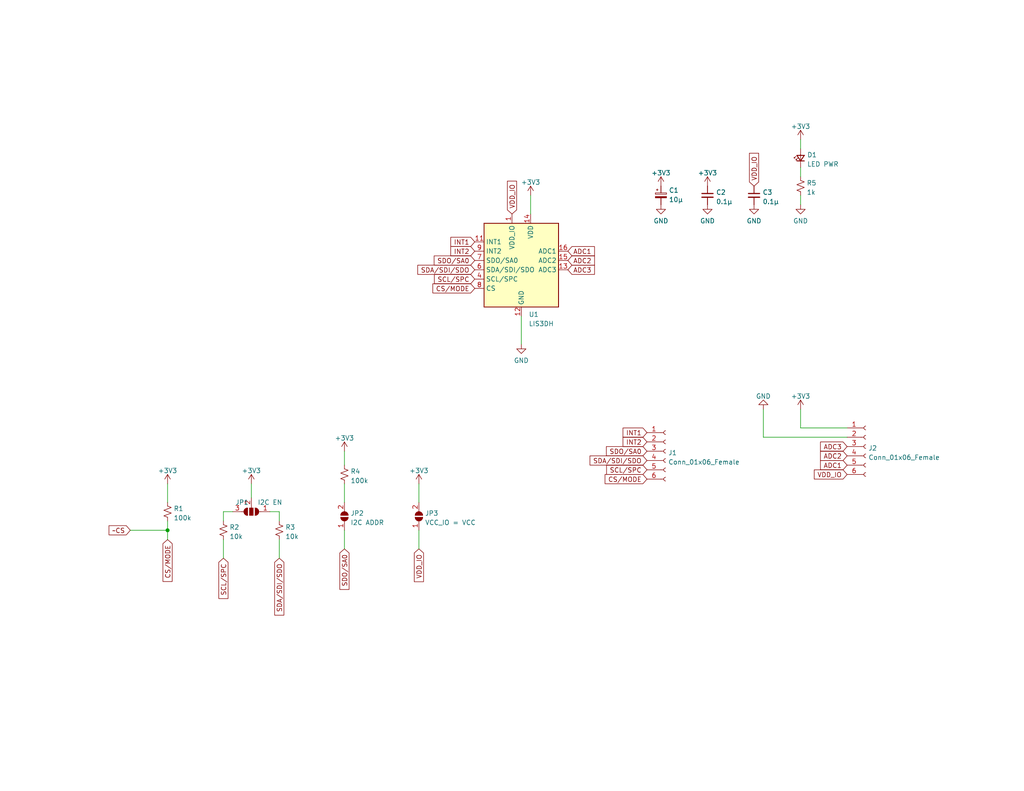
<source format=kicad_sch>
(kicad_sch (version 20211123) (generator eeschema)
  (paper "USLetter")
  (title_block (title "LIS3DH") (date "2023-02-19") (rev "1") (company "Jed Parsons"))
  (lib_symbols
    (symbol "Connector:Conn_01x06_Female" (pin_names (offset 1.016) hide)
      (property "Reference" "J" (at 0 7.62 0))
      (property "Value" "Conn_01x06_Female" (at 0 -10.16 0))
      (symbol "Conn_01x06_Female_1_1"
        (arc (start 0 -7.112) (mid -0.508 -7.62) (end 0 -8.128) (stroke (width 0.1524)))
        (arc (start 0 -4.572) (mid -0.508 -5.08) (end 0 -5.588) (stroke (width 0.1524)))
        (arc (start 0 -2.032) (mid -0.508 -2.54) (end 0 -3.048) (stroke (width 0.1524)))
        (polyline (pts (xy -1.27 -7.62) (xy -0.508 -7.62)) (stroke (width 0.1524)))
        (polyline (pts (xy -1.27 -5.08) (xy -0.508 -5.08)) (stroke (width 0.1524)))
        (polyline (pts (xy -1.27 -2.54) (xy -0.508 -2.54)) (stroke (width 0.1524)))
        (polyline (pts (xy -1.27 0) (xy -0.508 0)) (stroke (width 0.1524)))
        (polyline (pts (xy -1.27 2.54) (xy -0.508 2.54)) (stroke (width 0.1524)))
        (polyline (pts (xy -1.27 5.08) (xy -0.508 5.08)) (stroke (width 0.1524)))
        (arc (start 0 0.508) (mid -0.508 0) (end 0 -0.508) (stroke (width 0.1524)))
        (arc (start 0 3.048) (mid -0.508 2.54) (end 0 2.032) (stroke (width 0.1524)))
        (arc (start 0 5.588) (mid -0.508 5.08) (end 0 4.572) (stroke (width 0.1524)))
        (pin passive line (at -5.08 5.08 0) (length 3.81) (name "Pin_1") (number "1"))
        (pin passive line (at -5.08 2.54 0) (length 3.81) (name "Pin_2") (number "2"))
        (pin passive line (at -5.08 0 0) (length 3.81) (name "Pin_3") (number "3"))
        (pin passive line (at -5.08 -2.54 0) (length 3.81) (name "Pin_4") (number "4"))
        (pin passive line (at -5.08 -5.08 0) (length 3.81) (name "Pin_5") (number "5"))
        (pin passive line (at -5.08 -7.62 0) (length 3.81) (name "Pin_6") (number "6"))
      )
    )
    (symbol "Device:C_Polarized_Small" (pin_numbers hide) (pin_names (offset 0.254) hide)
      (property "Reference" "C" (at 0.254 1.778 0))
      (property "Value" "C_Polarized_Small" (at 0.254 -2.032 0))
      (symbol "C_Polarized_Small_0_1"
        (rectangle (start -1.524 -0.3048) (end 1.524 -0.6858) (fill (type outline)))
        (rectangle (start -1.524 0.6858) (end 1.524 0.3048))
        (polyline (pts (xy -1.27 1.524) (xy -0.762 1.524)))
        (polyline (pts (xy -1.016 1.27) (xy -1.016 1.778)))
      )
      (symbol "C_Polarized_Small_1_1"
        (pin passive line (at 0 2.54 270) (length 1.8542) (name "~") (number "1"))
        (pin passive line (at 0 -2.54 90) (length 1.8542) (name "~") (number "2"))
      )
    )
    (symbol "Device:C_Small" (pin_numbers hide) (pin_names (offset 0.254) hide)
      (property "Reference" "C" (at 0.254 1.778 0))
      (property "Value" "C_Small" (at 0.254 -2.032 0))
      (symbol "C_Small_0_1"
        (polyline (pts (xy -1.524 -0.508) (xy 1.524 -0.508)) (stroke (width 0.3302)))
        (polyline (pts (xy -1.524 0.508) (xy 1.524 0.508)) (stroke (width 0.3048)))
      )
      (symbol "C_Small_1_1"
        (pin passive line (at 0 2.54 270) (length 2.032) (name "~") (number "1"))
        (pin passive line (at 0 -2.54 90) (length 2.032) (name "~") (number "2"))
      )
    )
    (symbol "Device:LED_Small" (pin_numbers hide) (pin_names (offset 0.254) hide)
      (property "Reference" "D" (at -1.27 3.175 0))
      (property "Value" "LED_Small" (at -4.445 -2.54 0))
      (symbol "LED_Small_0_1"
        (polyline (pts (xy -0.762 -1.016) (xy -0.762 1.016)) (stroke (width 0.254)))
        (polyline (pts (xy 1.016 0) (xy -0.762 0)))
        (polyline (pts (xy 0.762 -1.016) (xy -0.762 0) (xy 0.762 1.016) (xy 0.762 -1.016)) (stroke (width 0.254)))
        (polyline (pts (xy 0 0.762) (xy -0.508 1.27) (xy -0.254 1.27) (xy -0.508 1.27) (xy -0.508 1.016)))
        (polyline (pts (xy 0.508 1.27) (xy 0 1.778) (xy 0.254 1.778) (xy 0 1.778) (xy 0 1.524)))
      )
      (symbol "LED_Small_1_1"
        (pin passive line (at -2.54 0 0) (length 1.778) (name "K") (number "1"))
        (pin passive line (at 2.54 0 180) (length 1.778) (name "A") (number "2"))
      )
    )
    (symbol "Device:R_Small_US" (pin_numbers hide) (pin_names (offset 0.254) hide)
      (property "Reference" "R" (at 0.762 0.508 0))
      (property "Value" "R_Small_US" (at 0.762 -1.016 0))
      (symbol "R_Small_US_1_1"
        (polyline (pts (xy 0 0) (xy 1.016 -0.381) (xy 0 -0.762) (xy -1.016 -1.143) (xy 0 -1.524)))
        (polyline (pts (xy 0 1.524) (xy 1.016 1.143) (xy 0 0.762) (xy -1.016 0.381) (xy 0 0)))
        (pin passive line (at 0 2.54 270) (length 1.016) (name "~") (number "1"))
        (pin passive line (at 0 -2.54 90) (length 1.016) (name "~") (number "2"))
      )
    )
    (symbol "Jumper:SolderJumper_2_Open" (pin_names (offset 0) hide)
      (property "Reference" "JP" (at 0 2.032 0))
      (property "Value" "SolderJumper_2_Open" (at 0 -2.54 0))
      (symbol "SolderJumper_2_Open_0_1"
        (arc (start -0.254 1.016) (mid -1.27 0) (end -0.254 -1.016))
        (arc (start -0.254 1.016) (mid -1.27 0) (end -0.254 -1.016) (fill (type outline)))
        (polyline (pts (xy -0.254 1.016) (xy -0.254 -1.016)))
        (polyline (pts (xy 0.254 1.016) (xy 0.254 -1.016)))
        (arc (start 0.254 -1.016) (mid 1.27 0) (end 0.254 1.016))
        (arc (start 0.254 -1.016) (mid 1.27 0) (end 0.254 1.016) (fill (type outline)))
      )
      (symbol "SolderJumper_2_Open_1_1"
        (pin passive line (at -3.81 0 0) (length 2.54) (name "A") (number "1"))
        (pin passive line (at 3.81 0 180) (length 2.54) (name "B") (number "2"))
      )
    )
    (symbol "Jumper:SolderJumper_3_Open" (pin_names (offset 0) hide)
      (property "Reference" "JP" (at -2.54 -2.54 0))
      (property "Value" "SolderJumper_3_Open" (at 0 2.794 0))
      (symbol "SolderJumper_3_Open_0_1"
        (arc (start -1.016 1.016) (mid -2.032 0) (end -1.016 -1.016))
        (arc (start -1.016 1.016) (mid -2.032 0) (end -1.016 -1.016) (fill (type outline)))
        (rectangle (start -0.508 1.016) (end 0.508 -1.016) (fill (type outline)))
        (polyline (pts (xy -2.54 0) (xy -2.032 0)))
        (polyline (pts (xy -1.016 1.016) (xy -1.016 -1.016)))
        (polyline (pts (xy 0 -1.27) (xy 0 -1.016)))
        (polyline (pts (xy 1.016 1.016) (xy 1.016 -1.016)))
        (polyline (pts (xy 2.54 0) (xy 2.032 0)))
        (arc (start 1.016 -1.016) (mid 2.032 0) (end 1.016 1.016))
        (arc (start 1.016 -1.016) (mid 2.032 0) (end 1.016 1.016) (fill (type outline)))
      )
      (symbol "SolderJumper_3_Open_1_1"
        (pin passive line (at -5.08 0 0) (length 2.54) (name "A") (number "1"))
        (pin passive line (at 0 -3.81 90) (length 2.54) (name "C") (number "2"))
        (pin passive line (at 5.08 0 180) (length 2.54) (name "B") (number "3"))
      )
    )
    (symbol "Sensor_Motion:LIS3DH"
      (property "Reference" "U" (at -7.62 11.43 0))
      (property "Value" "LIS3DH" (at 6.35 11.43 0))
      (symbol "LIS3DH_0_1"
        (rectangle (start -10.16 10.16) (end 10.16 -12.7) (stroke (width 0.254)) (fill (type background)))
      )
      (symbol "LIS3DH_1_1"
        (pin power_in line (at -2.54 12.7 270) (length 2.54) (name "VDD_IO") (number "1"))
        (pin passive line (at 0 -15.24 90) (length 2.54) hide (name "GND") (number "10"))
        (pin output line (at -12.7 5.08 0) (length 2.54) (name "INT1") (number "11"))
        (pin power_in line (at 0 -15.24 90) (length 2.54) (name "GND") (number "12"))
        (pin input line (at 12.7 -2.54 180) (length 2.54) (name "ADC3") (number "13"))
        (pin power_in line (at 2.54 12.7 270) (length 2.54) (name "VDD") (number "14"))
        (pin input line (at 12.7 0 180) (length 2.54) (name "ADC2") (number "15"))
        (pin input line (at 12.7 2.54 180) (length 2.54) (name "ADC1") (number "16"))
        (pin no_connect line (at 10.16 5.08 180) (length 2.54) hide (name "NC") (number "2"))
        (pin no_connect line (at 10.16 7.62 180) (length 2.54) hide (name "NC") (number "3"))
        (pin input line (at -12.7 -5.08 0) (length 2.54) (name "SCL/SPC") (number "4"))
        (pin passive line (at 0 -15.24 90) (length 2.54) hide (name "GND") (number "5"))
        (pin bidirectional line (at -12.7 -2.54 0) (length 2.54) (name "SDA/SDI/SDO") (number "6"))
        (pin bidirectional line (at -12.7 0 0) (length 2.54) (name "SDO/SA0") (number "7"))
        (pin input line (at -12.7 -7.62 0) (length 2.54) (name "CS") (number "8"))
        (pin output line (at -12.7 2.54 0) (length 2.54) (name "INT2") (number "9"))
      )
    )
    (symbol "power:+3V3" (power) (pin_names (offset 0))
      (property "Value" "+3V3" (at 0 3.556 0))
      (symbol "+3V3_0_1"
        (polyline (pts (xy -0.762 1.27) (xy 0 2.54)))
        (polyline (pts (xy 0 0) (xy 0 2.54)))
        (polyline (pts (xy 0 2.54) (xy 0.762 1.27)))
      )
      (symbol "+3V3_1_1"
        (pin power_in line (at 0 0 90) (length 0) hide (name "+3V3") (number "1"))
      )
    )
    (symbol "power:GND" (power) (pin_names (offset 0))
      (property "Value" "GND" (at 0 -3.81 0))
      (symbol "GND_0_1"
        (polyline (pts (xy 0 0) (xy 0 -1.27) (xy 1.27 -1.27) (xy 0 -2.54) (xy -1.27 -1.27) (xy 0 -1.27)))
      )
      (symbol "GND_1_1"
        (pin power_in line (at 0 0 270) (length 0) hide (name "GND") (number "1"))
      )
    )
  )
  (junction (at 45.72 144.78))
  (wire (pts (xy 68.58 132.08) (xy 68.58 135.89)))
  (wire (pts (xy 93.98 144.78) (xy 93.98 149.86)))
  (wire (pts (xy 218.44 53.34) (xy 218.44 55.88)))
  (wire (pts (xy 114.3 144.78) (xy 114.3 149.86)))
  (wire (pts (xy 45.72 142.24) (xy 45.72 144.78)))
  (wire (pts (xy 60.96 139.7) (xy 63.5 139.7)))
  (wire (pts (xy 144.78 53.34) (xy 144.78 58.42)))
  (wire (pts (xy 208.28 111.76) (xy 208.28 119.38)))
  (wire (pts (xy 76.2 147.32) (xy 76.2 152.4)))
  (wire (pts (xy 45.72 144.78) (xy 45.72 147.32)))
  (wire (pts (xy 93.98 123.19) (xy 93.98 127)))
  (wire (pts (xy 218.44 111.76) (xy 218.44 116.84)))
  (wire (pts (xy 35.56 144.78) (xy 45.72 144.78)))
  (wire (pts (xy 218.44 38.1) (xy 218.44 40.64)))
  (wire (pts (xy 76.2 139.7) (xy 76.2 142.24)))
  (wire (pts (xy 93.98 132.08) (xy 93.98 137.16)))
  (wire (pts (xy 60.96 147.32) (xy 60.96 152.4)))
  (wire (pts (xy 73.66 139.7) (xy 76.2 139.7)))
  (wire (pts (xy 114.3 132.08) (xy 114.3 137.16)))
  (wire (pts (xy 45.72 132.08) (xy 45.72 137.16)))
  (wire (pts (xy 60.96 142.24) (xy 60.96 139.7)))
  (wire (pts (xy 218.44 45.72) (xy 218.44 48.26)))
  (wire (pts (xy 231.14 116.84) (xy 218.44 116.84)))
  (wire (pts (xy 142.24 86.36) (xy 142.24 93.98)))
  (wire (pts (xy 231.14 119.38) (xy 208.28 119.38)))
  (global_label "~CS" (shape input) (at 35.56 144.78 180) (property "Intersheet References" "${INTERSHEET_REFS}" (effects hide)))
  (global_label "SDO{slash}SA0" (shape input) (at 129.54 71.12 180) (property "Intersheet References" "${INTERSHEET_REFS}" (effects hide)))
  (global_label "ADC1" (shape input) (at 154.94 68.58 0) (property "Intersheet References" "${INTERSHEET_REFS}" (effects hide)))
  (global_label "VDD_IO" (shape input) (at 205.74 50.8 90) (property "Intersheet References" "${INTERSHEET_REFS}" (effects hide)))
  (global_label "ADC2" (shape input) (at 154.94 71.12 0) (property "Intersheet References" "${INTERSHEET_REFS}" (effects hide)))
  (global_label "SCL{slash}SPC" (shape input) (at 176.53 128.27 180) (property "Intersheet References" "${INTERSHEET_REFS}" (effects hide)))
  (global_label "SCL{slash}SPC" (shape input) (at 129.54 76.2 180) (property "Intersheet References" "${INTERSHEET_REFS}" (effects hide)))
  (global_label "INT1" (shape input) (at 129.54 66.04 180) (property "Intersheet References" "${INTERSHEET_REFS}" (effects hide)))
  (global_label "ADC1" (shape input) (at 231.14 127 180) (property "Intersheet References" "${INTERSHEET_REFS}" (effects hide)))
  (global_label "ADC3" (shape input) (at 231.14 121.92 180) (property "Intersheet References" "${INTERSHEET_REFS}" (effects hide)))
  (global_label "CS{slash}MODE" (shape input) (at 45.72 147.32 270) (property "Intersheet References" "${INTERSHEET_REFS}" (effects hide)))
  (global_label "SDO{slash}SA0" (shape input) (at 176.53 123.19 180) (property "Intersheet References" "${INTERSHEET_REFS}" (effects hide)))
  (global_label "VDD_IO" (shape input) (at 114.3 149.86 270) (property "Intersheet References" "${INTERSHEET_REFS}" (effects hide)))
  (global_label "INT1" (shape input) (at 176.53 118.11 180) (property "Intersheet References" "${INTERSHEET_REFS}" (effects hide)))
  (global_label "ADC2" (shape input) (at 231.14 124.46 180) (property "Intersheet References" "${INTERSHEET_REFS}" (effects hide)))
  (global_label "SDO{slash}SA0" (shape input) (at 93.98 149.86 270) (property "Intersheet References" "${INTERSHEET_REFS}" (effects hide)))
  (global_label "VDD_IO" (shape input) (at 231.14 129.54 180) (property "Intersheet References" "${INTERSHEET_REFS}" (effects hide)))
  (global_label "INT2" (shape input) (at 176.53 120.65 180) (property "Intersheet References" "${INTERSHEET_REFS}" (effects hide)))
  (global_label "ADC3" (shape input) (at 154.94 73.66 0) (property "Intersheet References" "${INTERSHEET_REFS}" (effects hide)))
  (global_label "SDA{slash}SDI{slash}SDO" (shape input) (at 176.53 125.73 180) (property "Intersheet References" "${INTERSHEET_REFS}" (effects hide)))
  (global_label "CS{slash}MODE" (shape input) (at 129.54 78.74 180) (property "Intersheet References" "${INTERSHEET_REFS}" (effects hide)))
  (global_label "SDA{slash}SDI{slash}SDO" (shape input) (at 76.2 152.4 270) (property "Intersheet References" "${INTERSHEET_REFS}" (effects hide)))
  (global_label "SDA{slash}SDI{slash}SDO" (shape input) (at 129.54 73.66 180) (property "Intersheet References" "${INTERSHEET_REFS}" (effects hide)))
  (global_label "VDD_IO" (shape input) (at 139.7 58.42 90) (property "Intersheet References" "${INTERSHEET_REFS}" (effects hide)))
  (global_label "INT2" (shape input) (at 129.54 68.58 180) (property "Intersheet References" "${INTERSHEET_REFS}" (effects hide)))
  (global_label "SCL{slash}SPC" (shape input) (at 60.96 152.4 270) (property "Intersheet References" "${INTERSHEET_REFS}" (effects hide)))
  (global_label "CS{slash}MODE" (shape input) (at 176.53 130.81 180) (property "Intersheet References" "${INTERSHEET_REFS}" (effects hide)))
  (symbol (lib_id "Device:R_Small_US") (at 60.96 144.78 0) (unit 1)
    (property "Reference" "R2" (at 62.611 143.9453 0) (effects (justify left)))
    (property "Value" "10k" (at 62.611 146.4822 0) (effects (justify left)))
    (property "Footprint" "Resistor_SMD:R_0603_1608Metric" (effects hide))
  )
  (symbol (lib_id "Device:C_Polarized_Small") (at 180.34 53.34 0) (unit 1)
    (property "Reference" "C1" (at 182.499 51.9592 0) (effects (justify left)))
    (property "Value" "10µ" (at 182.499 54.4961 0) (effects (justify left)))
    (property "Footprint" "Capacitor_SMD:CP_Elec_4x4.5" (effects hide))
  )
  (symbol (lib_id "Device:LED_Small") (at 218.44 43.18 90) (unit 1)
    (property "Reference" "D1" (at 220.218 42.2818 90) (effects (justify right)))
    (property "Value" "LED PWR" (at 220.218 44.8187 90) (effects (justify right)))
    (property "Footprint" "LED_SMD:LED_0603_1608Metric" (effects hide))
  )
  (symbol (lib_id "power:+3V3") (at 144.78 53.34 0) (unit 1)
    (property "Reference" "#PWR010" (effects hide))
    (property "Value" "+3V3" (at 144.78 49.7642 0))
  )
  (symbol (lib_id "Jumper:SolderJumper_2_Open") (at 114.3 140.97 90) (unit 1)
    (property "Reference" "JP3" (at 115.951 140.1353 90) (effects (justify right)))
    (property "Value" "VCC_IO = VCC" (at 115.951 142.6722 90) (effects (justify right)))
    (property "Footprint" "Jumper:SolderJumper-2_P1.3mm_Open_TrianglePad1.0x1.5mm" (effects hide))
  )
  (symbol (lib_id "power:GND") (at 218.44 55.88 0) (unit 1)
    (property "Reference" "#PWR0103" (effects hide))
    (property "Value" "GND" (at 218.44 60.3234 0))
  )
  (symbol (lib_id "power:GND") (at 180.34 55.88 0) (unit 1)
    (property "Reference" "#PWR06" (effects hide))
    (property "Value" "GND" (at 180.34 60.3234 0))
  )
  (symbol (lib_id "Jumper:SolderJumper_3_Open") (at 68.58 139.7 180) (unit 1)
    (property "Reference" "JP1" (at 66.04 137.16 0))
    (property "Value" "I2C EN" (at 73.66 137.16 0))
    (property "Footprint" "Jumper:SolderJumper-3_P2.0mm_Open_TrianglePad1.0x1.5mm" (effects hide))
  )
  (symbol (lib_id "power:GND") (at 208.28 111.76 180) (unit 1)
    (property "Reference" "#PWR0102" (effects hide))
    (property "Value" "GND" (at 208.28 108.1842 0))
  )
  (symbol (lib_id "power:GND") (at 205.74 55.88 0) (unit 1)
    (property "Reference" "#PWR014" (effects hide))
    (property "Value" "GND" (at 205.74 60.3234 0))
  )
  (symbol (lib_id "power:+3V3") (at 180.34 50.8 0) (unit 1)
    (property "Reference" "#PWR05" (effects hide))
    (property "Value" "+3V3" (at 180.34 47.2242 0))
  )
  (symbol (lib_id "Connector:Conn_01x06_Female") (at 236.22 121.92 0) (unit 1)
    (property "Reference" "J2" (at 236.9312 122.3553 0) (effects (justify left)))
    (property "Value" "Conn_01x06_Female" (at 236.9312 124.8922 0) (effects (justify left)))
    (property "Footprint" "Connector_PinHeader_2.54mm:PinHeader_1x06_P2.54mm_Vertical" (effects hide))
  )
  (symbol (lib_id "Device:R_Small_US") (at 93.98 129.54 0) (unit 1)
    (property "Reference" "R4" (at 95.631 128.7053 0) (effects (justify left)))
    (property "Value" "100k" (at 95.631 131.2422 0) (effects (justify left)))
    (property "Footprint" "Resistor_SMD:R_0603_1608Metric" (effects hide))
  )
  (symbol (lib_id "power:GND") (at 193.04 55.88 0) (unit 1)
    (property "Reference" "#PWR08" (effects hide))
    (property "Value" "GND" (at 193.04 60.3234 0))
  )
  (symbol (lib_id "Device:C_Small") (at 193.04 53.34 0) (unit 1)
    (property "Reference" "C2" (at 195.3641 52.5116 0) (effects (justify left)))
    (property "Value" "0.1µ" (at 195.3641 55.0485 0) (effects (justify left)))
    (property "Footprint" "Capacitor_SMD:C_0603_1608Metric" (effects hide))
  )
  (symbol (lib_id "Jumper:SolderJumper_2_Open") (at 93.98 140.97 90) (unit 1)
    (property "Reference" "JP2" (at 95.631 140.1353 90) (effects (justify right)))
    (property "Value" "I2C ADDR" (at 95.631 142.6722 90) (effects (justify right)))
    (property "Footprint" "Jumper:SolderJumper-2_P1.3mm_Open_TrianglePad1.0x1.5mm" (effects hide))
  )
  (symbol (lib_id "Connector:Conn_01x06_Female") (at 181.61 123.19 0) (unit 1)
    (property "Reference" "J1" (at 182.3212 123.6253 0) (effects (justify left)))
    (property "Value" "Conn_01x06_Female" (at 182.3212 126.1622 0) (effects (justify left)))
    (property "Footprint" "Connector_PinHeader_2.54mm:PinHeader_1x06_P2.54mm_Vertical" (effects hide))
  )
  (symbol (lib_id "Device:R_Small_US") (at 45.72 139.7 0) (unit 1)
    (property "Reference" "R1" (at 47.371 138.8653 0) (effects (justify left)))
    (property "Value" "100k" (at 47.371 141.4022 0) (effects (justify left)))
    (property "Footprint" "Resistor_SMD:R_0603_1608Metric" (effects hide))
  )
  (symbol (lib_id "power:GND") (at 142.24 93.98 0) (unit 1)
    (property "Reference" "#PWR0101" (effects hide))
    (property "Value" "GND" (at 142.24 98.4234 0))
  )
  (symbol (lib_id "Device:R_Small_US") (at 76.2 144.78 0) (unit 1)
    (property "Reference" "R3" (at 77.851 143.9453 0) (effects (justify left)))
    (property "Value" "10k" (at 77.851 146.4822 0) (effects (justify left)))
    (property "Footprint" "Resistor_SMD:R_0603_1608Metric" (effects hide))
  )
  (symbol (lib_id "Sensor_Motion:LIS3DH") (at 142.24 71.12 0) (unit 1)
    (property "Reference" "U1" (at 144.2594 85.8504 0) (effects (justify left)))
    (property "Value" "LIS3DH" (at 144.2594 88.3873 0) (effects (justify left)))
    (property "Footprint" "Package_LGA:LGA-16_3x3mm_P0.5mm_LayoutBorder3x5y" (effects hide))
    (property "Datasheet" "https://www.st.com/resource/en/datasheet/cd00274221.pdf" (effects hide))
  )
  (symbol (lib_id "power:+3V3") (at 218.44 38.1 0) (unit 1)
    (property "Reference" "#PWR0104" (effects hide))
    (property "Value" "+3V3" (at 218.44 34.5242 0))
  )
  (symbol (lib_id "Device:R_Small_US") (at 218.44 50.8 180) (unit 1)
    (property "Reference" "R5" (at 220.091 49.9653 0) (effects (justify right)))
    (property "Value" "1k" (at 220.091 52.5022 0) (effects (justify right)))
    (property "Footprint" "Resistor_SMD:R_0603_1608Metric" (effects hide))
  )
  (symbol (lib_id "power:+3V3") (at 218.44 111.76 0) (unit 1)
    (property "Reference" "#PWR013" (effects hide))
    (property "Value" "+3V3" (at 218.44 108.1842 0))
  )
  (symbol (lib_id "power:+3V3") (at 45.72 132.08 0) (unit 1)
    (property "Reference" "#PWR01" (effects hide))
    (property "Value" "+3V3" (at 45.72 128.5042 0))
  )
  (symbol (lib_id "power:+3V3") (at 68.58 132.08 0) (unit 1)
    (property "Reference" "#PWR02" (effects hide))
    (property "Value" "+3V3" (at 68.58 128.5042 0))
  )
  (symbol (lib_id "power:+3V3") (at 114.3 132.08 0) (unit 1)
    (property "Reference" "#PWR011" (effects hide))
    (property "Value" "+3V3" (at 114.3 128.5042 0))
  )
  (symbol (lib_id "power:+3V3") (at 193.04 50.8 0) (unit 1)
    (property "Reference" "#PWR07" (effects hide))
    (property "Value" "+3V3" (at 193.04 47.2242 0))
  )
  (symbol (lib_id "power:+3V3") (at 93.98 123.19 0) (unit 1)
    (property "Reference" "#PWR03" (effects hide))
    (property "Value" "+3V3" (at 93.98 119.6142 0))
  )
  (symbol (lib_id "Device:C_Small") (at 205.74 53.34 0) (unit 1)
    (property "Reference" "C3" (at 208.0641 52.5116 0) (effects (justify left)))
    (property "Value" "0.1µ" (at 208.0641 55.0485 0) (effects (justify left)))
    (property "Footprint" "Capacitor_SMD:C_0603_1608Metric" (effects hide))
  )
)
</source>
